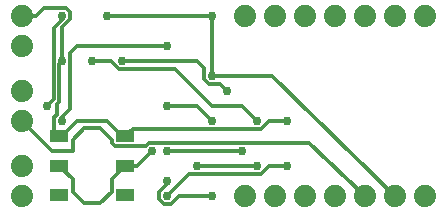
<source format=gbr>
G04 EAGLE Gerber RS-274X export*
G75*
%MOMM*%
%FSLAX34Y34*%
%LPD*%
%INBottom Copper*%
%IPPOS*%
%AMOC8*
5,1,8,0,0,1.08239X$1,22.5*%
G01*
%ADD10C,1.879600*%
%ADD11R,1.500000X1.000000*%
%ADD12C,0.756400*%
%ADD13C,0.304800*%


D10*
X370840Y203200D03*
X345440Y203200D03*
X320040Y203200D03*
X294640Y203200D03*
X269240Y203200D03*
X243840Y203200D03*
X218440Y203200D03*
X370840Y50800D03*
X345440Y50800D03*
X320040Y50800D03*
X294640Y50800D03*
X269240Y50800D03*
X243840Y50800D03*
X218440Y50800D03*
X29210Y139700D03*
X29210Y114300D03*
X29210Y76200D03*
X29210Y50800D03*
D11*
X116900Y51200D03*
X116900Y76200D03*
X116900Y101200D03*
X60900Y101200D03*
X60900Y76200D03*
X60900Y51200D03*
D10*
X29210Y203200D03*
X29210Y177800D03*
D12*
X190500Y203200D03*
X190500Y152400D03*
D13*
X190500Y203200D01*
X190500Y152400D02*
X241300Y152400D01*
X345440Y50800D01*
X190500Y203200D02*
X101600Y203200D01*
D12*
X101600Y203200D03*
X190500Y50800D03*
X152400Y63500D03*
D13*
X145570Y53629D02*
X145570Y47971D01*
X149571Y43970D01*
X155229Y43970D01*
X152400Y60459D02*
X152400Y63500D01*
X152400Y60459D02*
X145570Y53629D01*
X155229Y43970D02*
X162059Y50800D01*
X190500Y50800D01*
D12*
X63500Y203200D03*
X50800Y127000D03*
D13*
X63500Y200007D02*
X63500Y203200D01*
X63500Y200007D02*
X56328Y192835D01*
X56328Y132528D02*
X50800Y127000D01*
X56328Y132528D02*
X56328Y192835D01*
D12*
X152400Y127000D03*
X190500Y114300D03*
D13*
X177800Y127000D02*
X152400Y127000D01*
X177800Y127000D02*
X190500Y114300D01*
X116900Y101200D02*
X114300Y101200D01*
X66329Y210030D02*
X47971Y210030D01*
X41141Y203200D01*
X29210Y203200D01*
X60900Y101200D02*
X63100Y101200D01*
X76200Y114300D01*
X101600Y114300D01*
X114300Y101600D01*
X114300Y101200D01*
X70330Y206029D02*
X66329Y210030D01*
X70330Y206029D02*
X70330Y200371D01*
X58670Y119130D02*
X56670Y117129D01*
X56670Y105430D02*
X60900Y101200D01*
X56670Y105430D02*
X56670Y117129D01*
X58670Y119130D02*
X58670Y128405D01*
X60900Y130634D01*
X60900Y162500D01*
X63500Y165100D01*
D12*
X63500Y165100D03*
D13*
X63500Y193541D01*
X70330Y200371D01*
D12*
X152400Y50800D03*
D13*
X170970Y69370D01*
X238259Y76200D02*
X254000Y76200D01*
X238259Y76200D02*
X231429Y69370D01*
X170970Y69370D01*
D12*
X254000Y76200D03*
X254000Y114300D03*
D13*
X238259Y114300D01*
X231429Y107470D01*
X123170Y107470D02*
X116900Y101200D01*
X123170Y107470D02*
X231429Y107470D01*
D12*
X152400Y88900D03*
D13*
X215900Y88900D01*
D12*
X215900Y88900D03*
X114300Y165100D03*
D13*
X177800Y165100D01*
X183670Y149571D02*
X187671Y145570D01*
X183670Y159230D02*
X177800Y165100D01*
X197330Y145570D02*
X203200Y139700D01*
X183670Y149571D02*
X183670Y159230D01*
X187671Y145570D02*
X197330Y145570D01*
D12*
X203200Y139700D03*
X177800Y76200D03*
D13*
X228600Y76200D01*
D12*
X228600Y76200D03*
X228600Y114300D03*
X88900Y165100D03*
D13*
X215900Y127000D02*
X228600Y114300D01*
X104641Y165100D02*
X88900Y165100D01*
X104641Y165100D02*
X111471Y158270D01*
X159230Y158270D01*
X190500Y127000D01*
X215900Y127000D01*
D12*
X139700Y88900D03*
D13*
X127000Y76200D01*
X116900Y76200D01*
X105584Y54289D02*
X95811Y44516D01*
X81989Y44516D01*
X72216Y54289D01*
X105584Y64884D02*
X116900Y76200D01*
X105584Y64884D02*
X105584Y54289D01*
X72216Y54289D02*
X72216Y64884D01*
X60900Y76200D01*
D12*
X63500Y114300D03*
X152400Y177800D03*
D13*
X63500Y117493D02*
X63500Y114300D01*
X70330Y171930D02*
X76200Y177800D01*
X70330Y124323D02*
X63500Y117493D01*
X70330Y124323D02*
X70330Y171930D01*
X76200Y177800D02*
X152400Y177800D01*
X54610Y88900D02*
X29210Y114300D01*
X54610Y88900D02*
X72216Y88900D01*
X72216Y98111D01*
X81989Y107884D01*
X95811Y107884D01*
X105584Y98111D01*
X105584Y95706D01*
X108138Y93152D01*
X134293Y93152D01*
X136871Y95730D01*
X272570Y95730D01*
X320040Y50800D01*
M02*

</source>
